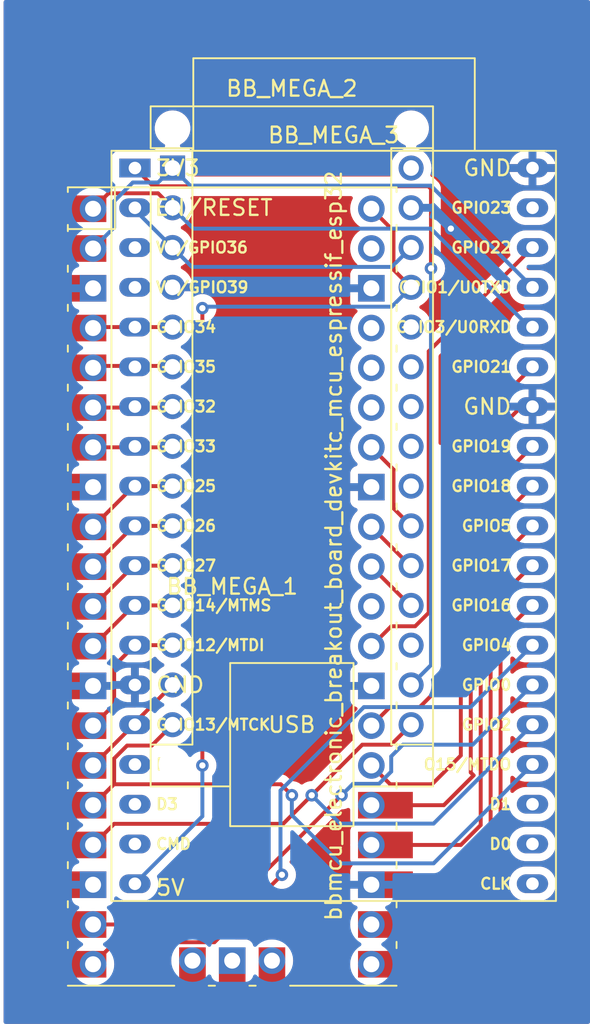
<source format=kicad_pcb>
(kicad_pcb (version 20221018) (generator pcbnew)
  (layers (0 "F.Cu" signal) (31 "B.Cu" signal) (34 "B.Paste" user) (35 "F.Paste" user) (36 "B.SilkS" user "B.Silkscreen") (37 "F.SilkS" user "F.Silkscreen") (38 "B.Mask" user) (39 "F.Mask" user) (44 "Edge.Cuts" user))
  (net 0 "")
  (net 1 "/d1_zz")
  (net 2 "/d0_zz")
  (net 3 "/reset_zz")
  (net 4 "GND")
  (net 5 "/d2_zz")
  (net 6 "/d3_zz")
  (net 7 "/d4_zz")
  (net 8 "/d5_zz")
  (net 9 "/d6_zz")
  (net 10 "/d7_zz")
  (net 11 "/d8_zz")
  (net 12 "/d9_zz")
  (net 13 "/d10_zz")
  (net 14 "/d11_zz")
  (net 15 "/d12_zz")
  (net 16 "/d13_zz")
  (net 17 "+3V3")
  (net 18 "/aref_zz")
  (net 19 "/a0_zz")
  (net 20 "/a1_zz")
  (net 21 "/a2_zz")
  (net 22 "/a3_zz")
  (net 23 "/a4_zz")
  (net 24 "/a5_zz")
  (net 25 "/a6_zz")
  (net 26 "/a7_zz")
  (net 27 "+5V")
  (net 28 "/vin_zz")
  (net 37 "/d14_zz")
  (net 38 "/d15_zz")
  (net 39 "/d16_zz")
  (net 40 "/d17_zz")
  (net 41 "/d18_zz")
  (net 42 "/d19_zz")
  (net 43 "/d20_zz")
  (net 44 "/d21_zz")
  (net 45 "/d22_zz")
  (net 46 "/d23_zz")
  (net 47 "/run_zz")
  (net 48 "/ref_zz")
  (net 49 "/3v3_out_zz")
  (net 50 "/3v3_enable_zz")
  (net 51 "/vsys_zz")
  (footprint "oomlout_oomp_part_footprints:bbmcu_electronic_breakout_board_devkitc_mcu_espressif_esp32" (layer "F.Cu") (at 54.745 44.38812)
    (fp_text reference "BB_MEGA_3" (at 12.7 -2.1) (layer "F.SilkS"))
    (fp_text value "bbmcu_electronic_breakout_board_devkitc_mcu_espressif_esp32" (at 12.7 24.13 90) (layer "F.SilkS"))
    (fp_text user "GPIO14/MTMS" (at 1.27 27.94 unlocked) (layer "F.SilkS") (effects (font (size 0.7 0.7)) (justify left)))
    (fp_text user "GND" (at 24.13 15.24 unlocked) (layer "F.SilkS") (effects (justify right)))
    (fp_text user "GND" (at 24.13 0 unlocked) (layer "F.SilkS") (effects (justify right)))
    (fp_text user "GPIO35" (at 1.27 12.7 unlocked) (layer "F.SilkS") (effects (font (size 0.7 0.7)) (justify left)))
    (fp_text user "D3" (at 1.27 40.64 unlocked) (layer "F.SilkS") (effects (font (size 0.7 0.7)) (justify left)))
    (fp_text user "GPIO13/MTCK" (at 1.27 35.56 unlocked) (layer "F.SilkS") (effects (font (size 0.7 0.7)) (justify left)))
    (fp_text user "GPIO18" (at 24.13 20.32 unlocked) (layer "F.SilkS") (effects (font (size 0.7 0.7)) (justify right)))
    (fp_text user "GPIO27" (at 1.27 25.4 unlocked) (layer "F.SilkS") (effects (font (size 0.7 0.7)) (justify left)))
    (fp_text user "GPIO34" (at 1.27 10.16 unlocked) (layer "F.SilkS") (effects (font (size 0.7 0.7)) (justify left)))
    (fp_text user "3V3" (at 1.27 0 unlocked) (layer "F.SilkS") (effects (justify left)))
    (fp_text user "GPIO0" (at 24.13 33.02 unlocked) (layer "F.SilkS") (effects (font (size 0.7 0.7)) (justify right)))
    (fp_text user "GPIO26" (at 1.27 22.86 unlocked) (layer "F.SilkS") (effects (font (size 0.7 0.7)) (justify left)))
    (fp_text user "D1" (at 24.13 40.64 unlocked) (layer "F.SilkS") (effects (font (size 0.7 0.7)) (justify right)))
    (fp_text user "GND" (at 1.27 33.02 unlocked) (layer "F.SilkS") (effects (justify left)))
    (fp_text user "D2" (at 1.27 38.1 unlocked) (layer "F.SilkS") (effects (font (size 0.7 0.7)) (justify left)))
    (fp_text user "GPIO19" (at 24.13 17.78 unlocked) (layer "F.SilkS") (effects (font (size 0.7 0.7)) (justify right)))
    (fp_text user "CMD" (at 1.27 43.18 unlocked) (layer "F.SilkS") (effects (font (size 0.7 0.7)) (justify left)))
    (fp_text user "GPIO25" (at 1.27 20.32 unlocked) (layer "F.SilkS") (effects (font (size 0.7 0.7)) (justify left)))
    (fp_text user "GPIO23" (at 24.13 2.54 unlocked) (layer "F.SilkS") (effects (font (size 0.7 0.7)) (justify right)))
    (fp_text user "GPIO17" (at 24.13 25.4 unlocked) (layer "F.SilkS") (effects (font (size 0.7 0.7)) (justify right)))
    (fp_text user "GPIO22" (at 24.13 5.08 unlocked) (layer "F.SilkS") (effects (font (size 0.7 0.7)) (justify right)))
    (fp_text user "GPIO12/MTDI" (at 1.27 30.48 unlocked) (layer "F.SilkS") (effects (font (size 0.7 0.7)) (justify left)))
    (fp_text user "GPIO16" (at 24.13 27.94 unlocked) (layer "F.SilkS") (effects (font (size 0.7 0.7)) (justify right)))
    (fp_text user "GPIO3/U0RXD" (at 24.13 10.16 unlocked) (layer "F.SilkS") (effects (font (size 0.7 0.7)) (justify right)))
    (fp_text user "GPIO5" (at 24.13 22.86 unlocked) (layer "F.SilkS") (effects (font (size 0.7 0.7)) (justify right)))
    (fp_text user "GPIO15/MTDO" (at 24.13 38.1 unlocked) (layer "F.SilkS") (effects (font (size 0.7 0.7)) (justify right)))
    (fp_text user "VN/GPIO39" (at 1.27 7.62 unlocked) (layer "F.SilkS") (effects (font (size 0.7 0.7)) (justify left)))
    (fp_text user "GPIO33" (at 1.27 17.78 unlocked) (layer "F.SilkS") (effects (font (size 0.7 0.7)) (justify left)))
    (fp_text user "5V" (at 1.26632 45.97128 unlocked) (layer "F.SilkS") (effects (justify left)))
    (fp_text user "GPIO2" (at 24.13 35.56 unlocked) (layer "F.SilkS") (effects (font (size 0.7 0.7)) (justify right)))
    (fp_text user "GPIO21" (at 24.13 12.7 unlocked) (layer "F.SilkS") (effects (font (size 0.7 0.7)) (justify right)))
    (fp_text user "CLK" (at 24.13 45.72 unlocked) (layer "F.SilkS") (effects (font (size 0.7 0.7)) (justify right)))
    (fp_text user "GPIO4" (at 24.13 30.48 unlocked) (layer "F.SilkS") (effects (font (size 0.7 0.7)) (justify right)))
    (fp_text user "EN/RESET" (at 8.88632 2.53728 unlocked) (layer "F.SilkS") (effects (justify right)))
    (fp_text user "VP/GPIO36" (at 1.27 5.08 unlocked) (layer "F.SilkS") (effects (font (size 0.7 0.7)) (justify left)))
    (fp_text user "D0" (at 24.13 43.18 unlocked) (layer "F.SilkS") (effects (font (size 0.7 0.7)) (justify right)))
    (fp_text user "GPIO1/U0TXD" (at 24.13 7.62 unlocked) (layer "F.SilkS") (effects (font (size 0.7 0.7)) (justify right)))
    (fp_text user "GPIO32" (at 1.27 15.24 unlocked) (layer "F.SilkS") (effects (font (size 0.7 0.7)) (justify left)))
    (fp_line (start -1.5 46.82) (end 26.899999 46.82) (stroke (width 0.12)) (layer "F.SilkS"))
    (fp_line (start -1.499999 -1.1) (end -1.5 46.82) (stroke (width 0.12)) (layer "F.SilkS"))
    (fp_line (start 3.73012 -7.01312) (end 21.71332 -7.01312) (stroke (width 0.12)) (layer "F.SilkS"))
    (fp_line (start 3.73012 -1.12032) (end 3.73012 -7.01312) (stroke (width 0.12)) (layer "F.SilkS"))
    (fp_line (start 21.71332 -7.01312) (end 21.71332 -1.12032) (stroke (width 0.12)) (layer "F.SilkS"))
    (fp_line (start 26.899999 46.82) (end 26.9 -1.1) (stroke (width 0.12)) (layer "F.SilkS"))
    (fp_line (start 26.9 -1.1) (end -1.499999 -1.1) (stroke (width 0.12)) (layer "F.SilkS"))
    (pad "1" thru_hole rect (at 0 0 270) (size 1.2 2) (drill 0.8) (layers "*.Cu" "*.Mask") (net 17 "+3V3"))
    (pad "2" thru_hole oval (at 0 2.54 270) (size 1.2 2) (drill 0.8) (layers "*.Cu" "*.Mask") (net 3 "/reset_zz"))
    (pad "3" thru_hole oval (at 0 5.08 270) (size 1.2 2) (drill 0.8) (layers "*.Cu" "*.Mask"))
    (pad "4" thru_hole oval (at 0 7.62 270) (size 1.2 2) (drill 0.8) (layers "*.Cu" "*.Mask"))
    (pad "5" thru_hole oval (at 0 10.16 270) (size 1.2 2) (drill 0.8) (layers "*.Cu" "*.Mask") (net 5 "/d2_zz"))
    (pad "6" thru_hole oval (at 0 12.7 270) (size 1.2 2) (drill 0.8) (layers "*.Cu" "*.Mask") (net 6 "/d3_zz"))
    (pad "7" thru_hole oval (at 0 15.24 270) (size 1.2 2) (drill 0.8) (layers "*.Cu" "*.Mask") (net 7 "/d4_zz"))
    (pad "8" thru_hole oval (at 0 17.78 270) (size 1.2 2) (drill 0.8) (layers "*.Cu" "*.Mask") (net 8 "/d5_zz"))
    (pad "9" thru_hole oval (at 0 20.32 270) (size 1.2 2) (drill 0.8) (layers "*.Cu" "*.Mask") (net 9 "/d6_zz"))
    (pad "10" thru_hole oval (at 0 22.86 270) (size 1.2 2) (drill 0.8) (layers "*.Cu" "*.Mask") (net 10 "/d7_zz"))
    (pad "11" thru_hole oval (at 0 25.4 270) (size 1.2 2) (drill 0.8) (layers "*.Cu" "*.Mask") (net 11 "/d8_zz"))
    (pad "12" thru_hole oval (at 0 27.94 270) (size 1.2 2) (drill 0.8) (layers "*.Cu" "*.Mask") (net 12 "/d9_zz"))
    (pad "13" thru_hole oval (at 0 30.48 270) (size 1.2 2) (drill 0.8) (layers "*.Cu" "*.Mask") (net 13 "/d10_zz"))
    (pad "14" thru_hole oval (at 0 33.02 270) (size 1.2 2) (drill 0.8) (layers "*.Cu" "*.Mask") (net 4 "GND"))
    (pad "15" thru_hole oval (at 0 35.56 270) (size 1.2 2) (drill 0.8) (layers "*.Cu" "*.Mask") (net 14 "/d11_zz"))
    (pad "16" thru_hole oval (at 0 38.1 270) (size 1.2 2) (drill 0.8) (layers "*.Cu" "*.Mask"))
    (pad "17" thru_hole oval (at 0 40.64 270) (size 1.2 2) (drill 0.8) (layers "*.Cu" "*.Mask"))
    (pad "18" thru_hole oval (at 0 43.18 270) (size 1.2 2) (drill 0.8) (layers "*.Cu" "*.Mask"))
    (pad "19" thru_hole oval (at 0 45.72 270) (size 1.2 2) (drill 0.8) (layers "*.Cu" "*.Mask") (net 27 "+5V"))
    (pad "20" thru_hole oval (at 25.39632 45.71728 270) (size 1.2 2) (drill 0.8) (layers "*.Cu" "*.Mask"))
    (pad "21" thru_hole oval (at 25.39632 43.17728 270) (size 1.2 2) (drill 0.8) (layers "*.Cu" "*.Mask"))
    (pad "22" thru_hole oval (at 25.4 40.64 270) (size 1.2 2) (drill 0.8) (layers "*.Cu" "*.Mask"))
    (pad "23" thru_hole oval (at 25.4 38.1 270) (size 1.2 2) (drill 0.8) (layers "*.Cu" "*.Mask") (net 15 "/d12_zz"))
    (pad "24" thru_hole oval (at 25.4 35.56 270) (size 1.2 2) (drill 0.8) (layers "*.Cu" "*.Mask") (net 16 "/d13_zz"))
    (pad "25" thru_hole oval (at 25.4 33.02 270) (size 1.2 2) (drill 0.8) (layers "*.Cu" "*.Mask") (net 37 "/d14_zz"))
    (pad "26" thru_hole oval (at 25.4 30.48 270) (size 1.2 2) (drill 0.8) (layers "*.Cu" "*.Mask") (net 38 "/d15_zz"))
    (pad "27" thru_hole oval (at 25.4 27.94 270) (size 1.2 2) (drill 0.8) (layers "*.Cu" "*.Mask") (net 39 "/d16_zz"))
    (pad "28" thru_hole oval (at 25.4 25.4 270) (size 1.2 2) (drill 0.8) (layers "*.Cu" "*.Mask") (net 40 "/d17_zz"))
    (pad "29" thru_hole oval (at 25.4 22.86 270) (size 1.2 2) (drill 0.8) (layers "*.Cu" "*.Mask") (net 41 "/d18_zz"))
    (pad "30" thru_hole oval (at 25.4 20.32 270) (size 1.2 2) (drill 0.8) (layers "*.Cu" "*.Mask") (net 42 "/d19_zz"))
    (pad "31" thru_hole oval (at 25.4 17.78 270) (size 1.2 2) (drill 0.8) (layers "*.Cu" "*.Mask") (net 43 "/d20_zz"))
    (pad "32" thru_hole oval (at 25.4 15.24 270) (size 1.2 2) (drill 0.8) (layers "*.Cu" "*.Mask") (net 4 "GND"))
    (pad "33" thru_hole oval (at 25.4 12.7 270) (size 1.2 2) (drill 0.8) (layers "*.Cu" "*.Mask") (net 44 "/d21_zz"))
    (pad "34" thru_hole oval (at 25.4 10.16 270) (size 1.2 2) (drill 0.8) (layers "*.Cu" "*.Mask") (net 2 "/d0_zz"))
    (pad "35" thru_hole oval (at 25.4 7.62 270) (size 1.2 2) (drill 0.8) (layers "*.Cu" "*.Mask") (net 1 "/d1_zz"))
    (pad "36" thru_hole oval (at 25.4 5.08 270) (size 1.2 2) (drill 0.8) (layers "*.Cu" "*.Mask") (net 45 "/d22_zz"))
    (pad "37" thru_hole oval (at 25.4 2.54 270) (size 1.2 2) (drill 0.8) (layers "*.Cu" "*.Mask") (net 46 "/d23_zz"))
    (pad "38" thru_hole oval (at 25.4 0 270) (size 1.2 2) (drill 0.8) (layers "*.Cu" "*.Mask") (net 4 "GND"))
  )
  (footprint "oomlout_oomp_part_footprints:bbmcu_electronic_breakout_board_pico_mcu_raspberry_pi_2040" (layer "F.Cu") (at 60.96 71.12)
    (fp_text reference "BB_MEGA_1" (at 0 0) (layer "F.SilkS"))
    (fp_text value "bbmcu_electronic_breakout_board_pico_mcu_raspberry_pi_2040" hide)
    (fp_line (start -10.5 -25.5) (end -10.5 -25.2) (stroke (width 0.12)) (layer "F.SilkS"))
    (fp_line (start -10.5 -25.5) (end 10.5 -25.5) (stroke (width 0.12)) (layer "F.SilkS"))
    (fp_line (start -10.5 -23.1) (end -10.5 -22.7) (stroke (width 0.12)) (layer "F.SilkS"))
    (fp_line (start -10.5 -22.833) (end -7.493 -22.833) (stroke (width 0.12)) (layer "F.SilkS"))
    (fp_line (start -10.5 -20.5) (end -10.5 -20.1) (stroke (width 0.12)) (layer "F.SilkS"))
    (fp_line (start -10.5 -18) (end -10.5 -17.6) (stroke (width 0.12)) (layer "F.SilkS"))
    (fp_line (start -10.5 -15.4) (end -10.5 -15) (stroke (width 0.12)) (layer "F.SilkS"))
    (fp_line (start -10.5 -12.9) (end -10.5 -12.5) (stroke (width 0.12)) (layer "F.SilkS"))
    (fp_line (start -10.5 -10.4) (end -10.5 -10) (stroke (width 0.12)) (layer "F.SilkS"))
    (fp_line (start -10.5 -7.8) (end -10.5 -7.4) (stroke (width 0.12)) (layer "F.SilkS"))
    (fp_line (start -10.5 -5.3) (end -10.5 -4.9) (stroke (width 0.12)) (layer "F.SilkS"))
    (fp_line (start -10.5 -2.7) (end -10.5 -2.3) (stroke (width 0.12)) (layer "F.SilkS"))
    (fp_line (start -10.5 -0.2) (end -10.5 0.2) (stroke (width 0.12)) (layer "F.SilkS"))
    (fp_line (start -10.5 2.3) (end -10.5 2.7) (stroke (width 0.12)) (layer "F.SilkS"))
    (fp_line (start -10.5 4.9) (end -10.5 5.3) (stroke (width 0.12)) (layer "F.SilkS"))
    (fp_line (start -10.5 7.4) (end -10.5 7.8) (stroke (width 0.12)) (layer "F.SilkS"))
    (fp_line (start -10.5 10) (end -10.5 10.4) (stroke (width 0.12)) (layer "F.SilkS"))
    (fp_line (start -10.5 12.5) (end -10.5 12.9) (stroke (width 0.12)) (layer "F.SilkS"))
    (fp_line (start -10.5 15.1) (end -10.5 15.5) (stroke (width 0.12)) (layer "F.SilkS"))
    (fp_line (start -10.5 17.6) (end -10.5 18) (stroke (width 0.12)) (layer "F.SilkS"))
    (fp_line (start -10.5 20.1) (end -10.5 20.5) (stroke (width 0.12)) (layer "F.SilkS"))
    (fp_line (start -10.5 22.7) (end -10.5 23.1) (stroke (width 0.12)) (layer "F.SilkS"))
    (fp_line (start -7.493 -22.833) (end -7.493 -25.5) (stroke (width 0.12)) (layer "F.SilkS"))
    (fp_line (start -3.7 25.5) (end -10.5 25.5) (stroke (width 0.12)) (layer "F.SilkS"))
    (fp_line (start -1.5 25.5) (end -1.1 25.5) (stroke (width 0.12)) (layer "F.SilkS"))
    (fp_line (start 1.1 25.5) (end 1.5 25.5) (stroke (width 0.12)) (layer "F.SilkS"))
    (fp_line (start 10.5 -25.5) (end 10.5 -25.2) (stroke (width 0.12)) (layer "F.SilkS"))
    (fp_line (start 10.5 -23.1) (end 10.5 -22.7) (stroke (width 0.12)) (layer "F.SilkS"))
    (fp_line (start 10.5 -20.5) (end 10.5 -20.1) (stroke (width 0.12)) (layer "F.SilkS"))
    (fp_line (start 10.5 -18) (end 10.5 -17.6) (stroke (width 0.12)) (layer "F.SilkS"))
    (fp_line (start 10.5 -15.4) (end 10.5 -15) (stroke (width 0.12)) (layer "F.SilkS"))
    (fp_line (start 10.5 -12.9) (end 10.5 -12.5) (stroke (width 0.12)) (layer "F.SilkS"))
    (fp_line (start 10.5 -10.4) (end 10.5 -10) (stroke (width 0.12)) (layer "F.SilkS"))
    (fp_line (start 10.5 -7.8) (end 10.5 -7.4) (stroke (width 0.12)) (layer "F.SilkS"))
    (fp_line (start 10.5 -5.3) (end 10.5 -4.9) (stroke (width 0.12)) (layer "F.SilkS"))
    (fp_line (start 10.5 -2.7) (end 10.5 -2.3) (stroke (width 0.12)) (layer "F.SilkS"))
    (fp_line (start 10.5 -0.2) (end 10.5 0.2) (stroke (width 0.12)) (layer "F.SilkS"))
    (fp_line (start 10.5 2.3) (end 10.5 2.7) (stroke (width 0.12)) (layer "F.SilkS"))
    (fp_line (start 10.5 4.9) (end 10.5 5.3) (stroke (width 0.12)) (layer "F.SilkS"))
    (fp_line (start 10.5 7.4) (end 10.5 7.8) (stroke (width 0.12)) (layer "F.SilkS"))
    (fp_line (start 10.5 10) (end 10.5 10.4) (stroke (width 0.12)) (layer "F.SilkS"))
    (fp_line (start 10.5 12.5) (end 10.5 12.9) (stroke (width 0.12)) (layer "F.SilkS"))
    (fp_line (start 10.5 15.1) (end 10.5 15.5) (stroke (width 0.12)) (layer "F.SilkS"))
    (fp_line (start 10.5 17.6) (end 10.5 18) (stroke (width 0.12)) (layer "F.SilkS"))
    (fp_line (start 10.5 20.1) (end 10.5 20.5) (stroke (width 0.12)) (layer "F.SilkS"))
    (fp_line (start 10.5 22.7) (end 10.5 23.1) (stroke (width 0.12)) (layer "F.SilkS"))
    (fp_line (start 10.5 25.5) (end 3.7 25.5) (stroke (width 0.12)) (layer "F.SilkS"))
    (pad "1" thru_hole oval (at -8.89 -24.13) (size 1.7 1.7) (drill 1.02) (layers "*.Cu" "*.Mask") (net 2 "/d0_zz"))
    (pad "1" smd rect (at -8.89 -24.13) (size 3.5 1.7) (drill (offset -0.9 0)) (layers "F.Cu" "F.Mask") (net 2 "/d0_zz"))
    (pad "2" thru_hole oval (at -8.89 -21.59) (size 1.7 1.7) (drill 1.02) (layers "*.Cu" "*.Mask") (net 1 "/d1_zz"))
    (pad "2" smd rect (at -8.89 -21.59) (size 3.5 1.7) (drill (offset -0.9 0)) (layers "F.Cu" "F.Mask") (net 1 "/d1_zz"))
    (pad "3" thru_hole rect (at -8.89 -19.05) (size 1.7 1.7) (drill 1.02) (layers "*.Cu" "*.Mask") (net 4 "GND"))
    (pad "3" smd rect (at -8.89 -19.05) (size 3.5 1.7) (drill (offset -0.9 0)) (layers "F.Cu" "F.Mask") (net 4 "GND"))
    (pad "4" thru_hole oval (at -8.89 -16.51) (size 1.7 1.7) (drill 1.02) (layers "*.Cu" "*.Mask") (net 5 "/d2_zz"))
    (pad "4" smd rect (at -8.89 -16.51) (size 3.5 1.7) (drill (offset -0.9 0)) (layers "F.Cu" "F.Mask") (net 5 "/d2_zz"))
    (pad "5" thru_hole oval (at -8.89 -13.97) (size 1.7 1.7) (drill 1.02) (layers "*.Cu" "*.Mask") (net 6 "/d3_zz"))
    (pad "5" smd rect (at -8.89 -13.97) (size 3.5 1.7) (drill (offset -0.9 0)) (layers "F.Cu" "F.Mask") (net 6 "/d3_zz"))
    (pad "6" thru_hole oval (at -8.89 -11.43) (size 1.7 1.7) (drill 1.02) (layers "*.Cu" "*.Mask") (net 7 "/d4_zz"))
    (pad "6" smd rect (at -8.89 -11.43) (size 3.5 1.7) (drill (offset -0.9 0)) (layers "F.Cu" "F.Mask") (net 7 "/d4_zz"))
    (pad "7" thru_hole oval (at -8.89 -8.89) (size 1.7 1.7) (drill 1.02) (layers "*.Cu" "*.Mask") (net 8 "/d5_zz"))
    (pad "7" smd rect (at -8.89 -8.89) (size 3.5 1.7) (drill (offset -0.9 0)) (layers "F.Cu" "F.Mask") (net 8 "/d5_zz"))
    (pad "8" thru_hole rect (at -8.89 -6.35) (size 1.7 1.7) (drill 1.02) (layers "*.Cu" "*.Mask") (net 4 "GND"))
    (pad "8" smd rect (at -8.89 -6.35) (size 3.5 1.7) (drill (offset -0.9 0)) (layers "F.Cu" "F.Mask") (net 4 "GND"))
    (pad "9" thru_hole oval (at -8.89 -3.81) (size 1.7 1.7) (drill 1.02) (layers "*.Cu" "*.Mask") (net 9 "/d6_zz"))
    (pad "9" smd rect (at -8.89 -3.81) (size 3.5 1.7) (drill (offset -0.9 0)) (layers "F.Cu" "F.Mask") (net 9 "/d6_zz"))
    (pad "10" thru_hole oval (at -8.89 -1.27) (size 1.7 1.7) (drill 1.02) (layers "*.Cu" "*.Mask") (net 10 "/d7_zz"))
    (pad "10" smd rect (at -8.89 -1.27) (size 3.5 1.7) (drill (offset -0.9 0)) (layers "F.Cu" "F.Mask") (net 10 "/d7_zz"))
    (pad "11" thru_hole oval (at -8.89 1.27) (size 1.7 1.7) (drill 1.02) (layers "*.Cu" "*.Mask") (net 11 "/d8_zz"))
    (pad "11" smd rect (at -8.89 1.27) (size 3.5 1.7) (drill (offset -0.9 0)) (layers "F.Cu" "F.Mask") (net 11 "/d8_zz"))
    (pad "12" thru_hole oval (at -8.89 3.81) (size 1.7 1.7) (drill 1.02) (layers "*.Cu" "*.Mask") (net 12 "/d9_zz"))
    (pad "12" smd rect (at -8.89 3.81) (size 3.5 1.7) (drill (offset -0.9 0)) (layers "F.Cu" "F.Mask") (net 12 "/d9_zz"))
    (pad "13" thru_hole rect (at -8.89 6.35) (size 1.7 1.7) (drill 1.02) (layers "*.Cu" "*.Mask") (net 4 "GND"))
    (pad "13" smd rect (at -8.89 6.35) (size 3.5 1.7) (drill (offset -0.9 0)) (layers "F.Cu" "F.Mask") (net 4 "GND"))
    (pad "14" thru_hole oval (at -8.89 8.89) (size 1.7 1.7) (drill 1.02) (layers "*.Cu" "*.Mask") (net 13 "/d10_zz"))
    (pad "14" smd rect (at -8.89 8.89) (size 3.5 1.7) (drill (offset -0.9 0)) (layers "F.Cu" "F.Mask") (net 13 "/d10_zz"))
    (pad "15" thru_hole oval (at -8.89 11.43) (size 1.7 1.7) (drill 1.02) (layers "*.Cu" "*.Mask") (net 14 "/d11_zz"))
    (pad "15" smd rect (at -8.89 11.43) (size 3.5 1.7) (drill (offset -0.9 0)) (layers "F.Cu" "F.Mask") (net 14 "/d11_zz"))
    (pad "16" thru_hole oval (at -8.89 13.97) (size 1.7 1.7) (drill 1.02) (layers "*.Cu" "*.Mask") (net 15 "/d12_zz"))
    (pad "16" smd rect (at -8.89 13.97) (size 3.5 1.7) (drill (offset -0.9 0)) (layers "F.Cu" "F.Mask") (net 15 "/d12_zz"))
    (pad "17" thru_hole oval (at -8.89 16.51) (size 1.7 1.7) (drill 1.02) (layers "*.Cu" "*.Mask") (net 16 "/d13_zz"))
    (pad "17" smd rect (at -8.89 16.51) (size 3.5 1.7) (drill (offset -0.9 0)) (layers "F.Cu" "F.Mask") (net 16 "/d13_zz"))
    (pad "18" thru_hole rect (at -8.89 19.05) (size 1.7 1.7) (drill 1.02) (layers "*.Cu" "*.Mask") (net 4 "GND"))
    (pad "18" smd rect (at -8.89 19.05) (size 3.5 1.7) (drill (offset -0.9 0)) (layers "F.Cu" "F.Mask") (net 4 "GND"))
    (pad "19" thru_hole oval (at -8.89 21.59) (size 1.7 1.7) (drill 1.02) (layers "*.Cu" "*.Mask") (net 37 "/d14_zz"))
    (pad "19" smd rect (at -8.89 21.59) (size 3.5 1.7) (drill (offset -0.9 0)) (layers "F.Cu" "F.Mask") (net 37 "/d14_zz"))
    (pad "20" thru_hole oval (at -8.89 24.13) (size 1.7 1.7) (drill 1.02) (layers "*.Cu" "*.Mask") (net 38 "/d15_zz"))
    (pad "20" smd rect (at -8.89 24.13) (size 3.5 1.7) (drill (offset -0.9 0)) (layers "F.Cu" "F.Mask") (net 38 "/d15_zz"))
    (pad "21" thru_hole oval (at 8.89 24.13) (size 1.7 1.7) (drill 1.02) (layers "*.Cu" "*.Mask") (net 39 "/d16_zz"))
    (pad "21" smd rect (at 8.89 24.13) (size 3.5 1.7) (drill (offset 0.9 0)) (layers "F.Cu" "F.Mask") (net 39 "/d16_zz"))
    (pad "22" thru_hole oval (at 8.89 21.59) (size 1.7 1.7) (drill 1.02) (layers "*.Cu" "*.Mask") (net 40 "/d17_zz"))
    (pad "22" smd rect (at 8.89 21.59) (size 3.5 1.7) (drill (offset 0.9 0)) (layers "F.Cu" "F.Mask") (net 40 "/d17_zz"))
    (pad "23" thru_hole rect (at 8.89 19.05) (size 1.7 1.7) (drill 1.02) (layers "*.Cu" "*.Mask") (net 4 "GND"))
    (pad "23" smd rect (at 8.89 19.05) (size 3.5 1.7) (drill (offset 0.9 0)) (layers "F.Cu" "F.Mask") (net 4 "GND"))
    (pad "24" thru_hole oval (at 8.89 16.51) (size 1.7 1.7) (drill 1.02) (layers "*.Cu" "*.Mask") (net 41 "/d18_zz"))
    (pad "24" smd rect (at 8.89 16.51) (size 3.5 1.7) (drill (offset 0.9 0)) (layers "F.Cu" "F.Mask") (net 41 "/d18_zz"))
    (pad "25" thru_hole oval (at 8.89 13.97) (size 1.7 1.7) (drill 1.02) (layers "*.Cu" "*.Mask") (net 42 "/d19_zz"))
    (pad "25" smd rect (at 8.89 13.97) (size 3.5 1.7) (drill (offset 0.9 0)) (layers "F.Cu" "F.Mask") (net 42 "/d19_zz"))
    (pad "26" thru_hole oval (at 8.89 11.43) (size 1.7 1.7) (drill 1.02) (layers "*.Cu" "*.Mask") (net 43 "/d20_zz"))
    (pad "27" thru_hole oval (at 8.89 8.89) (size 1.7 1.7) (drill 1.02) (layers "*.Cu" "*.Mask") (net 44 "/d21_zz"))
    (pad "28" thru_hole rect (at 8.89 6.35) (size 1.7 1.7) (drill 1.02) (layers "*.Cu" "*.Mask") (net 4 "GND"))
    (pad "29" thru_hole oval (at 8.89 3.81) (size 1.7 1.7) (drill 1.02) (layers "*.Cu" "*.Mask") (net 45 "/d22_zz"))
    (pad "30" thru_hole oval (at 8.89 1.27) (size 1.7 1.7) (drill 1.02) (layers "*.Cu" "*.Mask") (net 47 "/run_zz"))
    (pad "31" thru_hole oval (at 8.89 -1.27) (size 1.7 1.7) (drill 1.02) (layers "*.Cu" "*.Mask") (net 19 "/a0_zz"))
    (pad "32" thru_hole oval (at 8.89 -3.81) (size 1.7 1.7) (drill 1.02) (layers "*.Cu" "*.Mask") (net 20 "/a1_zz"))
    (pad "33" thru_hole rect (at 8.89 -6.35) (size 1.7 1.7) (drill 1.02) (layers "*.Cu" "*.Mask") (net 4 "GND"))
    (pad "34" thru_hole oval (at 8.89 -8.89) (size 1.7 1.7) (drill 1.02) (layers "*.Cu" "*.Mask") (net 21 "/a2_zz"))
    (pad "35" thru_hole oval (at 8.89 -11.43) (size 1.7 1.7) (drill 1.02) (layers "*.Cu" "*.Mask") (net 48 "/ref_zz"))
    (pad "36" thru_hole oval (at 8.89 -13.97) (size 1.7 1.7) (drill 1.02) (layers "*.Cu" "*.Mask") (net 49 "/3v3_out_zz"))
    (pad "37" thru_hole oval (at 8.89 -16.51) (size 1.7 1.7) (drill 1.02) (layers "*.Cu" "*.Mask") (net 50 "/3v3_enable_zz"))
    (pad "38" thru_hole rect (at 8.89 -19.05) (size 1.7 1.7) (drill 1.02) (layers "*.Cu" "*.Mask") (net 4 "GND"))
    (pad "39" thru_hole oval (at 8.89 -21.59) (size 1.7 1.7) (drill 1.02) (layers "*.Cu" "*.Mask") (net 51 "/vsys_zz"))
    (pad "40" thru_hole oval (at 8.89 -24.13) (size 1.7 1.7) (drill 1.02) (layers "*.Cu" "*.Mask") (net 27 "+5V"))
    (pad "41" thru_hole oval (at -2.54 23.9) (size 1.7 1.7) (drill 1.02) (layers "*.Cu" "*.Mask"))
    (pad "41" smd rect (at -2.54 23.9 90) (size 3.5 1.7) (drill (offset -0.9 0)) (layers "F.Cu" "F.Mask"))
    (pad "42" thru_hole rect (at 0 23.9) (size 1.7 1.7) (drill 1.02) (layers "*.Cu" "*.Mask"))
    (pad "42" smd rect (at 0 23.9 90) (size 3.5 1.7) (drill (offset -0.9 0)) (layers "F.Cu" "F.Mask"))
    (pad "43" thru_hole oval (at 2.54 23.9) (size 1.7 1.7) (drill 1.02) (layers "*.Cu" "*.Mask"))
    (pad "43" smd rect (at 2.54 23.9 90) (size 3.5 1.7) (drill (offset -0.9 0)) (layers "F.Cu" "F.Mask"))
  )
  (footprint "oomlout_oomp_part_footprints:bbmcu_electronic_breakout_board_shennie_mcu_atmega328p_arduino_compatible" (layer "F.Cu") (at 57.15 44.38812)
    (fp_text reference "BB_MEGA_2" (at 7.62 -5.08) (layer "F.SilkS"))
    (fp_text value "bbmcu_electronic_breakout_board_shennie_mcu_atmega328p")
    (fp_text user "USB" (at 7.62 35.56 unlocked) (layer "F.SilkS"))
    (fp_line (start -1.4 -3.94) (end -1.4 -1.27) (stroke (width 0.12)) (layer "F.SilkS"))
    (fp_line (start -1.4 1.27) (end -1.4 39.5) (stroke (width 0.12)) (layer "F.SilkS"))
    (fp_line (start -1.4 39.5) (end 3.68 39.5) (stroke (width 0.12)) (layer "F.SilkS"))
    (fp_line (start 1.27 -1.27) (end -1.4 -1.27) (stroke (width 0.12)) (layer "F.SilkS"))
    (fp_line (start 1.27 1.27) (end -1.4 1.27) (stroke (width 0.12)) (layer "F.SilkS"))
    (fp_line (start 1.27 1.27) (end 1.27 -1.27) (stroke (width 0.12)) (layer "F.SilkS"))
    (fp_line (start 1.27 1.27) (end 1.27 36.83) (stroke (width 0.12)) (layer "F.SilkS"))
    (fp_line (start 1.27 36.83) (end -1.4 36.83) (stroke (width 0.12)) (layer "F.SilkS"))
    (fp_line (start 3.68 31.62) (end 11.56 31.62) (stroke (width 0.12)) (layer "F.SilkS"))
    (fp_line (start 3.68 42.04) (end 3.68 31.62) (stroke (width 0.12)) (layer "F.SilkS"))
    (fp_line (start 11.56 31.62) (end 11.56 42.04) (stroke (width 0.12)) (layer "F.SilkS"))
    (fp_line (start 11.56 42.04) (end 3.68 42.04) (stroke (width 0.12)) (layer "F.SilkS"))
    (fp_line (start 13.97 -1.27) (end 13.97 36.83) (stroke (width 0.12)) (layer "F.SilkS"))
    (fp_line (start 13.97 -1.27) (end 16.64 -1.27) (stroke (width 0.12)) (layer "F.SilkS"))
    (fp_line (start 13.97 36.83) (end 16.64 36.83) (stroke (width 0.12)) (layer "F.SilkS"))
    (fp_line (start 16.64 -3.94) (end -1.4 -3.94) (stroke (width 0.12)) (layer "F.SilkS"))
    (fp_line (start 16.64 39.5) (end 11.56 39.5) (stroke (width 0.12)) (layer "F.SilkS"))
    (fp_line (start 16.64 39.5) (end 16.64 -3.94) (stroke (width 0.12)) (layer "F.SilkS"))
    (pad "" np_thru_hole circle (at 0 -2.54) (size 1.78 1.78) (drill 1.78) (layers "*.Cu" "*.Mask"))
    (pad "" np_thru_hole circle (at 0 38.1) (size 1.78 1.78) (drill 1.78) (layers "*.Cu" "*.Mask"))
    (pad "" np_thru_hole circle (at 15.24 -2.54) (size 1.78 1.78) (drill 1.78) (layers "*.Cu" "*.Mask"))
    (pad "" np_thru_hole circle (at 15.24 38.1) (size 1.78 1.78) (drill 1.78) (layers "*.Cu" "*.Mask"))
    (pad "1" thru_hole rect (at 0 0) (size 1.6 1.6) (drill 1) (layers "*.Cu" "*.Mask") (net 1 "/d1_zz"))
    (pad "2" thru_hole oval (at 0 2.54) (size 1.6 1.6) (drill 1) (layers "*.Cu" "*.Mask") (net 2 "/d0_zz"))
    (pad "3" thru_hole oval (at 0 5.08) (size 1.6 1.6) (drill 1) (layers "*.Cu" "*.Mask") (net 3 "/reset_zz"))
    (pad "4" thru_hole oval (at 0 7.62) (size 1.6 1.6) (drill 1) (layers "*.Cu" "*.Mask") (net 4 "GND"))
    (pad "5" thru_hole oval (at 0 10.16) (size 1.6 1.6) (drill 1) (layers "*.Cu" "*.Mask") (net 5 "/d2_zz"))
    (pad "6" thru_hole oval (at 0 12.7) (size 1.6 1.6) (drill 1) (layers "*.Cu" "*.Mask") (net 6 "/d3_zz"))
    (pad "7" thru_hole oval (at 0 15.24) (size 1.6 1.6) (drill 1) (layers "*.Cu" "*.Mask") (net 7 "/d4_zz"))
    (pad "8" thru_hole oval (at 0 17.78) (size 1.6 1.6) (drill 1) (layers "*.Cu" "*.Mask") (net 8 "/d5_zz"))
    (pad "9" thru_hole oval (at 0 20.32) (size 1.6 1.6) (drill 1) (layers "*.Cu" "*.Mask") (net 9 "/d6_zz"))
    (pad "10" thru_hole oval (at 0 22.86) (size 1.6 1.6) (drill 1) (layers "*.Cu" "*.Mask") (net 10 "/d7_zz"))
    (pad "11" thru_hole oval (at 0 25.4) (size 1.6 1.6) (drill 1) (layers "*.Cu" "*.Mask") (net 11 "/d8_zz"))
    (pad "12" thru_hole oval (at 0 27.94) (size 1.6 1.6) (drill 1) (layers "*.Cu" "*.Mask") (net 12 "/d9_zz"))
    (pad "13" thru_hole oval (at 0 30.48) (size 1.6 1.6) (drill 1) (layers "*.Cu" "*.Mask") (net 13 "/d10_zz"))
    (pad "14" thru_hole oval (at 0 33.02) (size 1.6 1.6) (drill 1) (layers "*.Cu" "*.Mask") (net 14 "/d11_zz"))
    (pad "15" thru_hole oval (at 0 35.56) (size 1.6 1.6) (drill 1) (layers "*.Cu" "*.Mask") (net 15 "/d12_zz"))
    (pad "16" thru_hole oval (at 15.24 35.56) (size 1.6 1.6) (drill 1) (layers "*.Cu" "*.Mask") (net 16 "/d13_zz"))
    (pad "17" thru_hole oval (at 15.24 33.02) (size 1.6 1.6) (drill 1) (layers "*.Cu" "*.Mask") (net 17 "+3V3"))
    (pad "18" thru_hole oval (at 15.24 30.48) (size 1.6 1.6) (drill 1) (layers "*.Cu" "*.Mask") (net 18 "/aref_zz"))
    (pad "19" thru_hole oval (at 15.24 27.94) (size 1.6 1.6) (drill 1) (layers "*.Cu" "*.Mask") (net 19 "/a0_zz"))
    (pad "20" thru_hole oval (at 15.24 25.4) (size 1.6 1.6) (drill 1) (layers "*.Cu" "*.Mask") (net 20 "/a1_zz"))
    (pad "21" thru_hole oval (at 15.24 22.86) (size 1.6 1.6) (drill 1) (layers "*.Cu" "*.Mask") (net 21 "/a2_zz"))
    (pad "22" thru_hole oval (at 15.24 20.32) (size 1.6 1.6) (drill 1) (layers "*.Cu" "*.Mask") (net 22 "/a3_zz"))
    (pad "23" thru_hole oval (at 15.24 17.78) (size 1.6 1.6) (drill 1) (layers "*.Cu" "*.Mask") (net 23 "/a4_zz"))
    (pad "24" thru_hole oval (at 15.24 15.24) (size 1.6 1.6) (drill 1) (layers "*.Cu" "*.Mask") (net 24 "/a5_zz"))
    (pad "25" thru_hole oval (at 15.24 12.7) (size 1.6 1.6) (drill 1) (layers "*.Cu" "*.Mask") (net 25 "/a6_zz"))
    (pad "26" thru_hole oval (at 15.24 10.16) (size 1.6 1.6) (drill 1) (layers "*.Cu" "*.Mask") (net 26 "/a7_zz"))
    (pad "27" thru_hole oval (at 15.24 7.62) (size 1.6 1.6) (drill 1) (layers "*.Cu" "*.Mask") (net 27 "+5V"))
    (pad "28" thru_hole oval (at 15.24 5.08) (size 1.6 1.6) (drill 1) (layers "*.Cu" "*.Mask") (net 3 "/reset_zz"))
    (pad "29" thru_hole oval (at 15.24 2.54) (size 1.6 1.6) (drill 1) (layers "*.Cu" "*.Mask") (net 4 "GND"))
    (pad "30" thru_hole oval (at 15.24 0) (size 1.6 1.6) (drill 1) (layers "*.Cu" "*.Mask") (net 28 "/vin_zz"))
  )
  (segment (start 53.42 48.18) (end 53.42 46.50312) (width 0.25) (layer "B.Cu") (net 1))
  (segment (start 52.07 49.53) (end 53.42 48.18) (width 0.25) (layer "B.Cu") (net 1))
  (segment (start 56.225 45.31312) (end 57.15 44.38812) (width 0.25) (layer "B.Cu") (net 1))
  (segment (start 58.275 45.51312) (end 57.15 44.38812) (width 0.25) (layer "B.Cu") (net 1))
  (segment (start 73.65 45.51312) (end 58.275 45.51312) (width 0.25) (layer "B.Cu") (net 1))
  (segment (start 80.145 52.00812) (end 73.65 45.51312) (width 0.25) (layer "B.Cu") (net 1))
  (segment (start 54.61 45.31312) (end 56.225 45.31312) (width 0.25) (layer "B.Cu") (net 1))
  (segment (start 53.42 46.50312) (end 54.61 45.31312) (width 0.25) (layer "B.Cu") (net 1))
  (segment (start 53.05688 46.00312) (end 56.225 46.00312) (width 0.25) (layer "F.Cu") (net 2))
  (segment (start 52.07 46.99) (end 53.05688 46.00312) (width 0.25) (layer "F.Cu") (net 2))
  (segment (start 56.225 46.00312) (end 57.15 46.92812) (width 0.25) (layer "F.Cu") (net 2))
  (segment (start 58.48188 48.26) (end 73.66 48.26) (width 0.25) (layer "B.Cu") (net 2))
  (segment (start 73.66 48.26) (end 79.94812 54.54812) (width 0.25) (layer "B.Cu") (net 2))
  (segment (start 57.15 46.92812) (end 58.48188 48.26) (width 0.25) (layer "B.Cu") (net 2))
  (segment (start 79.94812 54.54812) (end 80.145 54.54812) (width 0.25) (layer "B.Cu") (net 2))
  (segment (start 58.38688 50.705) (end 71.15312 50.705) (width 0.25) (layer "B.Cu") (net 3))
  (segment (start 54.745 46.92812) (end 54.745 47.06312) (width 0.25) (layer "B.Cu") (net 3))
  (segment (start 54.745 47.06312) (end 57.15 49.46812) (width 0.25) (layer "B.Cu") (net 3))
  (segment (start 57.15 49.46812) (end 58.38688 50.705) (width 0.25) (layer "B.Cu") (net 3))
  (segment (start 71.15312 50.705) (end 72.39 49.46812) (width 0.25) (layer "B.Cu") (net 3))
  (segment (start 79.43688 59.62812) (end 78.4225 60.6425) (width 0.25) (layer "F.Cu") (net 4))
  (segment (start 80.145 59.62812) (end 79.43688 59.62812) (width 0.25) (layer "F.Cu") (net 4))
  (via (at 74.93 48.26) (size 0.8) (drill 0.4) (layers "F.Cu" "B.Cu") (net 4))
  (segment (start 72.39 46.92812) (end 73.59812 46.92812) (width 0.25) (layer "B.Cu") (net 4))
  (segment (start 73.59812 46.92812) (end 74.93 48.26) (width 0.25) (layer "B.Cu") (net 4))
  (segment (start 52.07 54.61) (end 52.13188 54.54812) (width 0.25) (layer "F.Cu") (net 5))
  (segment (start 52.13188 54.54812) (end 57.15 54.54812) (width 0.25) (layer "F.Cu") (net 5))
  (segment (start 52.07 57.03) (end 57.06 57.03) (width 0.25) (layer "F.Cu") (net 6))
  (segment (start 57.06 57.03) (end 57.15 57.12) (width 0.25) (layer "F.Cu") (net 6))
  (segment (start 57.08812 59.69) (end 57.15 59.62812) (width 0.25) (layer "F.Cu") (net 7))
  (segment (start 52.07 59.69) (end 57.08812 59.69) (width 0.25) (layer "F.Cu") (net 7))
  (segment (start 57.08812 62.23) (end 57.15 62.16812) (width 0.25) (layer "F.Cu") (net 8))
  (segment (start 52.07 62.23) (end 57.08812 62.23) (width 0.25) (layer "F.Cu") (net 8))
  (segment (start 54.67188 64.70812) (end 57.15 64.70812) (width 0.25) (layer "F.Cu") (net 9))
  (segment (start 52.07 67.31) (end 54.67188 64.70812) (width 0.25) (layer "F.Cu") (net 9))
  (segment (start 52.07 69.85) (end 54.67188 67.24812) (width 0.25) (layer "F.Cu") (net 10))
  (segment (start 54.67188 67.24812) (end 57.15 67.24812) (width 0.25) (layer "F.Cu") (net 10))
  (segment (start 52.07 72.39) (end 54.67188 69.78812) (width 0.25) (layer "F.Cu") (net 11))
  (segment (start 54.67188 69.78812) (end 57.15 69.78812) (width 0.25) (layer "F.Cu") (net 11))
  (segment (start 54.67188 72.32812) (end 57.15 72.32812) (width 0.25) (layer "F.Cu") (net 12))
  (segment (start 52.07 74.93) (end 54.67188 72.32812) (width 0.25) (layer "F.Cu") (net 12))
  (segment (start 52.07 80.01) (end 53.42 78.66) (width 0.25) (layer "F.Cu") (net 13))
  (segment (start 54.745 74.86812) (end 57.15 74.86812) (width 0.25) (layer "F.Cu") (net 13))
  (segment (start 53.42 76.19312) (end 54.745 74.86812) (width 0.25) (layer "F.Cu") (net 13))
  (segment (start 53.42 78.66) (end 53.42 76.19312) (width 0.25) (layer "F.Cu") (net 13))
  (segment (start 57.15 77.40812) (end 54.745 79.81312) (width 0.25) (layer "F.Cu") (net 14))
  (segment (start 54.745 79.81312) (end 54.745 79.94812) (width 0.25) (layer "F.Cu") (net 14))
  (segment (start 52.07 82.55) (end 54.67188 79.94812) (width 0.25) (layer "F.Cu") (net 14))
  (segment (start 54.67188 79.94812) (end 54.745 79.94812) (width 0.25) (layer "F.Cu") (net 14))
  (segment (start 52.07 85.09) (end 53.40688 83.75312) (width 0.25) (layer "F.Cu") (net 15))
  (segment (start 54.244972 81.28) (end 55.81812 81.28) (width 0.25) (layer "F.Cu") (net 15))
  (segment (start 53.42 82.104972) (end 54.244972 81.28) (width 0.25) (layer "F.Cu") (net 15))
  (segment (start 55.81812 81.28) (end 57.15 79.94812) (width 0.25) (layer "F.Cu") (net 15))
  (segment (start 52.07 85.09) (end 53.42 83.74) (width 0.25) (layer "F.Cu") (net 15))
  (segment (start 53.42 83.74) (end 53.42 82.104972) (width 0.25) (layer "F.Cu") (net 15))
  (segment (start 53.40688 83.75312) (end 64.06812 83.75312) (width 0.25) (layer "F.Cu") (net 15))
  (segment (start 64.06812 83.75312) (end 64.77 84.455) (width 0.25) (layer "F.Cu") (net 15))
  (via (at 64.77 84.455) (size 0.8) (drill 0.4) (layers "F.Cu" "B.Cu") (net 15))
  (segment (start 64.77 85.725) (end 67.85 88.805) (width 0.25) (layer "B.Cu") (net 15))
  (segment (start 64.77 84.455) (end 64.77 85.725) (width 0.25) (layer "B.Cu") (net 15))
  (segment (start 73.82812 88.805) (end 80.145 82.48812) (width 0.25) (layer "B.Cu") (net 15))
  (segment (start 67.85 88.805) (end 73.82812 88.805) (width 0.25) (layer "B.Cu") (net 15))
  (segment (start 71.115 81.22312) (end 72.39 79.94812) (width 0.25) (layer "F.Cu") (net 16))
  (segment (start 52.07 87.63) (end 53.42 86.28) (width 0.25) (layer "F.Cu") (net 16))
  (segment (start 53.42 86.28) (end 64.215 86.28) (width 0.25) (layer "F.Cu") (net 16))
  (segment (start 69.27188 81.22312) (end 71.115 81.22312) (width 0.25) (layer "F.Cu") (net 16))
  (segment (start 64.215 86.28) (end 69.27188 81.22312) (width 0.25) (layer "F.Cu") (net 16))
  (via (at 66.04 84.455) (size 0.8) (drill 0.4) (layers "F.Cu" "B.Cu") (net 16))
  (segment (start 66.04 84.455) (end 67.85 86.265) (width 0.25) (layer "B.Cu") (net 16))
  (segment (start 73.82812 86.265) (end 80.145 79.94812) (width 0.25) (layer "B.Cu") (net 16))
  (segment (start 67.85 86.265) (end 73.82812 86.265) (width 0.25) (layer "B.Cu") (net 16))
  (segment (start 73.49312 45.55312) (end 73.66 45.72) (width 0.25) (layer "F.Cu") (net 17))
  (segment (start 54.745 44.38812) (end 55.91 45.55312) (width 0.25) (layer "F.Cu") (net 17))
  (segment (start 73.66 45.72) (end 73.66 50.8) (width 0.25) (layer "F.Cu") (net 17))
  (segment (start 55.91 45.55312) (end 73.49312 45.55312) (width 0.25) (layer "F.Cu") (net 17))
  (via (at 73.66 50.8) (size 0.8) (drill 0.4) (layers "F.Cu" "B.Cu") (net 17))
  (segment (start 73.66 76.13812) (end 72.39 77.40812) (width 0.25) (layer "B.Cu") (net 17))
  (segment (start 73.66 50.8) (end 73.66 76.13812) (width 0.25) (layer "B.Cu") (net 17))
  (segment (start 69.85 69.85) (end 72.32812 72.32812) (width 0.25) (layer "F.Cu") (net 19))
  (segment (start 72.32812 72.32812) (end 72.39 72.32812) (width 0.25) (layer "F.Cu") (net 19))
  (segment (start 69.85 67.31) (end 72.32812 69.78812) (width 0.25) (layer "F.Cu") (net 20))
  (segment (start 72.32812 69.78812) (end 72.39 69.78812) (width 0.25) (layer "F.Cu") (net 20))
  (segment (start 71.265 63.645) (end 71.265 66.12312) (width 0.25) (layer "F.Cu") (net 21))
  (segment (start 69.85 62.23) (end 71.265 63.645) (width 0.25) (layer "F.Cu") (net 21))
  (segment (start 71.265 66.12312) (end 72.39 67.24812) (width 0.25) (layer "F.Cu") (net 21))
  (segment (start 59.055 82.55) (end 59.055 53.34) (width 0.25) (layer "F.Cu") (net 27))
  (segment (start 71.265 50.88312) (end 72.39 52.00812) (width 0.25) (layer "F.Cu") (net 27))
  (segment (start 71.265 48.405) (end 71.265 50.88312) (width 0.25) (layer "F.Cu") (net 27))
  (segment (start 69.85 46.99) (end 71.265 48.405) (width 0.25) (layer "F.Cu") (net 27))
  (via (at 59.055 82.55) (size 0.8) (drill 0.4) (layers "F.Cu" "B.Cu") (net 27))
  (via (at 59.055 53.34) (size 0.8) (drill 0.4) (layers "F.Cu" "B.Cu") (net 27))
  (segment (start 59.055 85.79812) (end 59.055 82.55) (width 0.25) (layer "B.Cu") (net 27))
  (segment (start 54.745 90.10812) (end 59.055 85.79812) (width 0.25) (layer "B.Cu") (net 27))
  (segment (start 71.15312 53.245) (end 59.15 53.245) (width 0.25) (layer "B.Cu") (net 27))
  (segment (start 59.15 53.245) (end 59.055 53.34) (width 0.25) (layer "B.Cu") (net 27))
  (segment (start 72.39 52.00812) (end 71.15312 53.245) (width 0.25) (layer "B.Cu") (net 27))
  (segment (start 59.69 92.71) (end 67.945 84.455) (width 0.25) (layer "F.Cu") (net 37))
  (segment (start 52.07 92.71) (end 59.69 92.71) (width 0.25) (layer "F.Cu") (net 37))
  (via (at 67.945 84.455) (size 0.8) (drill 0.4) (layers "F.Cu" "B.Cu") (net 37))
  (segment (start 71.12 81.96914) (end 71.86602 81.22312) (width 0.25) (layer "B.Cu") (net 37))
  (segment (start 67.945 84.455) (end 68.675 83.725) (width 0.25) (layer "B.Cu") (net 37))
  (segment (start 71.86602 81.22312) (end 76.33 81.22312) (width 0.25) (layer "B.Cu") (net 37))
  (segment (start 70.336701 83.725) (end 71.12 82.941701) (width 0.25) (layer "B.Cu") (net 37))
  (segment (start 76.33 81.22312) (end 80.145 77.40812) (width 0.25) (layer "B.Cu") (net 37))
  (segment (start 68.675 83.725) (end 70.336701 83.725) (width 0.25) (layer "B.Cu") (net 37))
  (segment (start 71.12 82.941701) (end 71.12 81.96914) (width 0.25) (layer "B.Cu") (net 37))
  (segment (start 59.825 93.845) (end 53.475 93.845) (width 0.25) (layer "F.Cu") (net 38))
  (segment (start 53.475 93.845) (end 52.07 95.25) (width 0.25) (layer "F.Cu") (net 38))
  (segment (start 64.135 89.535) (end 59.825 93.845) (width 0.25) (layer "F.Cu") (net 38))
  (via (at 64.135 89.535) (size 0.8) (drill 0.4) (layers "F.Cu" "B.Cu") (net 38))
  (segment (start 64.045 84.153299) (end 64.045 89.445) (width 0.25) (layer "B.Cu") (net 38))
  (segment (start 69.375179 78.82312) (end 64.045 84.153299) (width 0.25) (layer "B.Cu") (net 38))
  (segment (start 64.045 89.445) (end 64.135 89.535) (width 0.25) (layer "B.Cu") (net 38))
  (segment (start 80.145 74.86812) (end 76.19 78.82312) (width 0.25) (layer "B.Cu") (net 38))
  (segment (start 76.19 78.82312) (end 69.375179 78.82312) (width 0.25) (layer "B.Cu") (net 38))
  (segment (start 71.46 95.25) (end 78.105 88.605) (width 0.25) (layer "F.Cu") (net 39))
  (segment (start 80.07188 72.32812) (end 80.145 72.32812) (width 0.25) (layer "F.Cu") (net 39))
  (segment (start 78.105 74.295) (end 80.07188 72.32812) (width 0.25) (layer "F.Cu") (net 39))
  (segment (start 69.85 95.25) (end 71.46 95.25) (width 0.25) (layer "F.Cu") (net 39))
  (segment (start 78.105 88.605) (end 78.105 74.295) (width 0.25) (layer "F.Cu") (net 39))
  (segment (start 77.47 86.7) (end 77.47 72.39) (width 0.25) (layer "F.Cu") (net 40))
  (segment (start 69.85 92.71) (end 71.46 92.71) (width 0.25) (layer "F.Cu") (net 40))
  (segment (start 80.07188 69.78812) (end 80.145 69.78812) (width 0.25) (layer "F.Cu") (net 40))
  (segment (start 71.46 92.71) (end 77.47 86.7) (width 0.25) (layer "F.Cu") (net 40))
  (segment (start 77.47 72.39) (end 80.07188 69.78812) (width 0.25) (layer "F.Cu") (net 40))
  (segment (start 76.835 86.36) (end 76.835 70.55812) (width 0.25) (layer "F.Cu") (net 41))
  (segment (start 76.835 70.55812) (end 80.145 67.24812) (width 0.25) (layer "F.Cu") (net 41))
  (segment (start 75.565 87.63) (end 76.835 86.36) (width 0.25) (layer "F.Cu") (net 41))
  (segment (start 69.85 87.63) (end 75.565 87.63) (width 0.25) (layer "F.Cu") (net 41))
  (segment (start 69.85 85.09) (end 74.48 85.09) (width 0.25) (layer "F.Cu") (net 42))
  (segment (start 76.385 83.185) (end 76.2 83) (width 0.25) (layer "F.Cu") (net 42))
  (segment (start 76.2 68.65312) (end 80.145 64.70812) (width 0.25) (layer "F.Cu") (net 42))
  (segment (start 74.48 85.09) (end 76.385 83.185) (width 0.25) (layer "F.Cu") (net 42))
  (segment (start 76.2 83) (end 76.2 68.65312) (width 0.25) (layer "F.Cu") (net 42))
  (segment (start 71.05312 83.75312) (end 73.72688 83.75312) (width 0.25) (layer "F.Cu") (net 43))
  (segment (start 73.72688 83.75312) (end 75.565 81.915) (width 0.25) (layer "F.Cu") (net 43))
  (segment (start 69.85 82.55) (end 71.05312 83.75312) (width 0.25) (layer "F.Cu") (net 43))
  (segment (start 75.565 81.915) (end 75.565 66.74812) (width 0.25) (layer "F.Cu") (net 43))
  (segment (start 75.565 66.74812) (end 80.145 62.16812) (width 0.25) (layer "F.Cu") (net 43))
  (segment (start 74.93 76.835) (end 74.93 62.30312) (width 0.25) (layer "F.Cu") (net 44))
  (segment (start 74.93 62.30312) (end 80.145 57.08812) (width 0.25) (layer "F.Cu") (net 44))
  (segment (start 69.85 80.01) (end 71.03688 78.82312) (width 0.25) (layer "F.Cu") (net 44))
  (segment (start 72.94188 78.82312) (end 74.93 76.835) (width 0.25) (layer "F.Cu") (net 44))
  (segment (start 71.03688 78.82312) (end 72.94188 78.82312) (width 0.25) (layer "F.Cu") (net 44))
  (segment (start 80.145 49.46812) (end 73.515 56.09812) (width 0.25) (layer "F.Cu") (net 45))
  (segment (start 72.649111 73.66) (end 71.12 73.66) (width 0.25) (layer "F.Cu") (net 45))
  (segment (start 73.515 72.794111) (end 72.649111 73.66) (width 0.25) (layer "F.Cu") (net 45))
  (segment (start 73.515 56.09812) (end 73.515 72.794111) (width 0.25) (layer "F.Cu") (net 45))
  (segment (start 71.12 73.66) (end 69.85 74.93) (width 0.25) (layer "F.Cu") (net 45))
  (zone (net 4) (net_name "GND") (layers "F&B.Cu") (connect_pads (clearance 0.5)) (min_thickness 0.25) (fill yes (thermal_gap 0.5) (thermal_bridge_width 0.5))
    (polygon (pts (xy 46.355 33.655) (xy 83.82 33.655) (xy 83.82 99.06) (xy 46.355 99.06)))
  )
)
</source>
